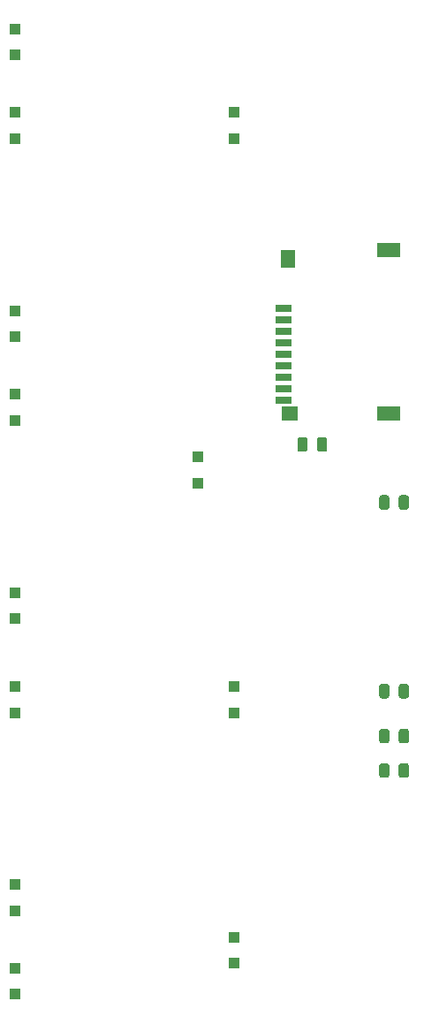
<source format=gbr>
%TF.GenerationSoftware,KiCad,Pcbnew,(5.1.6)-1*%
%TF.CreationDate,2020-07-27T07:25:15+08:00*%
%TF.ProjectId,rot-kb,726f742d-6b62-42e6-9b69-6361645f7063,rev?*%
%TF.SameCoordinates,Original*%
%TF.FileFunction,Paste,Top*%
%TF.FilePolarity,Positive*%
%FSLAX46Y46*%
G04 Gerber Fmt 4.6, Leading zero omitted, Abs format (unit mm)*
G04 Created by KiCad (PCBNEW (5.1.6)-1) date 2020-07-27 07:25:15*
%MOMM*%
%LPD*%
G01*
G04 APERTURE LIST*
%ADD10R,1.000000X1.000000*%
%ADD11R,2.200000X1.400000*%
%ADD12R,1.400000X1.800000*%
%ADD13R,1.600000X1.400000*%
%ADD14R,1.600000X0.700000*%
G04 APERTURE END LIST*
%TO.C,R4*%
G36*
G01*
X148750000Y-99256250D02*
X148750000Y-98343750D01*
G75*
G02*
X148993750Y-98100000I243750J0D01*
G01*
X149481250Y-98100000D01*
G75*
G02*
X149725000Y-98343750I0J-243750D01*
G01*
X149725000Y-99256250D01*
G75*
G02*
X149481250Y-99500000I-243750J0D01*
G01*
X148993750Y-99500000D01*
G75*
G02*
X148750000Y-99256250I0J243750D01*
G01*
G37*
G36*
G01*
X146875000Y-99256250D02*
X146875000Y-98343750D01*
G75*
G02*
X147118750Y-98100000I243750J0D01*
G01*
X147606250Y-98100000D01*
G75*
G02*
X147850000Y-98343750I0J-243750D01*
G01*
X147850000Y-99256250D01*
G75*
G02*
X147606250Y-99500000I-243750J0D01*
G01*
X147118750Y-99500000D01*
G75*
G02*
X146875000Y-99256250I0J243750D01*
G01*
G37*
%TD*%
%TO.C,R3*%
G36*
G01*
X147850000Y-90743750D02*
X147850000Y-91656250D01*
G75*
G02*
X147606250Y-91900000I-243750J0D01*
G01*
X147118750Y-91900000D01*
G75*
G02*
X146875000Y-91656250I0J243750D01*
G01*
X146875000Y-90743750D01*
G75*
G02*
X147118750Y-90500000I243750J0D01*
G01*
X147606250Y-90500000D01*
G75*
G02*
X147850000Y-90743750I0J-243750D01*
G01*
G37*
G36*
G01*
X149725000Y-90743750D02*
X149725000Y-91656250D01*
G75*
G02*
X149481250Y-91900000I-243750J0D01*
G01*
X148993750Y-91900000D01*
G75*
G02*
X148750000Y-91656250I0J243750D01*
G01*
X148750000Y-90743750D01*
G75*
G02*
X148993750Y-90500000I243750J0D01*
G01*
X149481250Y-90500000D01*
G75*
G02*
X149725000Y-90743750I0J-243750D01*
G01*
G37*
%TD*%
%TO.C,R2*%
G36*
G01*
X148750000Y-73556250D02*
X148750000Y-72643750D01*
G75*
G02*
X148993750Y-72400000I243750J0D01*
G01*
X149481250Y-72400000D01*
G75*
G02*
X149725000Y-72643750I0J-243750D01*
G01*
X149725000Y-73556250D01*
G75*
G02*
X149481250Y-73800000I-243750J0D01*
G01*
X148993750Y-73800000D01*
G75*
G02*
X148750000Y-73556250I0J243750D01*
G01*
G37*
G36*
G01*
X146875000Y-73556250D02*
X146875000Y-72643750D01*
G75*
G02*
X147118750Y-72400000I243750J0D01*
G01*
X147606250Y-72400000D01*
G75*
G02*
X147850000Y-72643750I0J-243750D01*
G01*
X147850000Y-73556250D01*
G75*
G02*
X147606250Y-73800000I-243750J0D01*
G01*
X147118750Y-73800000D01*
G75*
G02*
X146875000Y-73556250I0J243750D01*
G01*
G37*
%TD*%
D10*
%TO.C,D12*%
X133000000Y-114750000D03*
X133000000Y-117250000D03*
%TD*%
%TO.C,D11*%
X133000000Y-38250000D03*
X133000000Y-35750000D03*
%TD*%
%TO.C,D10*%
X133000000Y-93250000D03*
X133000000Y-90750000D03*
%TD*%
%TO.C,D9*%
X129500000Y-71250000D03*
X129500000Y-68750000D03*
%TD*%
%TO.C,D8*%
X112000000Y-120250000D03*
X112000000Y-117750000D03*
%TD*%
%TO.C,D7*%
X112000000Y-109750000D03*
X112000000Y-112250000D03*
%TD*%
%TO.C,D6*%
X112000000Y-38250000D03*
X112000000Y-35750000D03*
%TD*%
%TO.C,D5*%
X112000000Y-27750000D03*
X112000000Y-30250000D03*
%TD*%
%TO.C,D4*%
X112000000Y-93250000D03*
X112000000Y-90750000D03*
%TD*%
%TO.C,D3*%
X112000000Y-81750000D03*
X112000000Y-84250000D03*
%TD*%
%TO.C,D2*%
X112000000Y-65250000D03*
X112000000Y-62750000D03*
%TD*%
%TO.C,D1*%
X112000000Y-54750000D03*
X112000000Y-57250000D03*
%TD*%
%TO.C,C1*%
G36*
G01*
X140912000Y-68020250D02*
X140912000Y-67107750D01*
G75*
G02*
X141155750Y-66864000I243750J0D01*
G01*
X141643250Y-66864000D01*
G75*
G02*
X141887000Y-67107750I0J-243750D01*
G01*
X141887000Y-68020250D01*
G75*
G02*
X141643250Y-68264000I-243750J0D01*
G01*
X141155750Y-68264000D01*
G75*
G02*
X140912000Y-68020250I0J243750D01*
G01*
G37*
G36*
G01*
X139037000Y-68020250D02*
X139037000Y-67107750D01*
G75*
G02*
X139280750Y-66864000I243750J0D01*
G01*
X139768250Y-66864000D01*
G75*
G02*
X140012000Y-67107750I0J-243750D01*
G01*
X140012000Y-68020250D01*
G75*
G02*
X139768250Y-68264000I-243750J0D01*
G01*
X139280750Y-68264000D01*
G75*
G02*
X139037000Y-68020250I0J243750D01*
G01*
G37*
%TD*%
%TO.C,R1*%
G36*
G01*
X148750000Y-95956250D02*
X148750000Y-95043750D01*
G75*
G02*
X148993750Y-94800000I243750J0D01*
G01*
X149481250Y-94800000D01*
G75*
G02*
X149725000Y-95043750I0J-243750D01*
G01*
X149725000Y-95956250D01*
G75*
G02*
X149481250Y-96200000I-243750J0D01*
G01*
X148993750Y-96200000D01*
G75*
G02*
X148750000Y-95956250I0J243750D01*
G01*
G37*
G36*
G01*
X146875000Y-95956250D02*
X146875000Y-95043750D01*
G75*
G02*
X147118750Y-94800000I243750J0D01*
G01*
X147606250Y-94800000D01*
G75*
G02*
X147850000Y-95043750I0J-243750D01*
G01*
X147850000Y-95956250D01*
G75*
G02*
X147606250Y-96200000I-243750J0D01*
G01*
X147118750Y-96200000D01*
G75*
G02*
X146875000Y-95956250I0J243750D01*
G01*
G37*
%TD*%
D11*
%TO.C,P7*%
X147770000Y-48880000D03*
D12*
X138170000Y-49780000D03*
D11*
X147770000Y-64580000D03*
D13*
X138270000Y-64580000D03*
D14*
X137670000Y-63280000D03*
X137670000Y-62180000D03*
X137670000Y-61080000D03*
X137670000Y-59980000D03*
X137670000Y-58880000D03*
X137670000Y-57780000D03*
X137670000Y-56680000D03*
X137670000Y-55580000D03*
X137670000Y-54480000D03*
%TD*%
M02*

</source>
